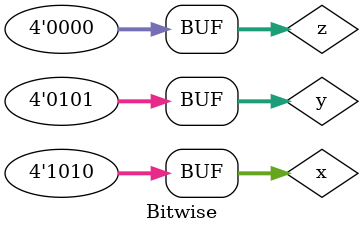
<source format=v>

module Bitwise();
   
   reg [3:0] x=0;
   reg [3:0] y=0;
   
   reg[3:0] z=0;
 
  initial begin
  $monitor(" \n\t x=%b  y=%b  z=%b ",x,y,z);
  end
  
  initial begin
  #1
  x=4'b0001;
  y=4'b0101;
  z=x|y;
  #1
  z=x&y;
#2
  x=4'b1010;
  y=4'b0101;
  z=x^y;
#2
 z=x~^y;
  end
endmodule
  
</source>
